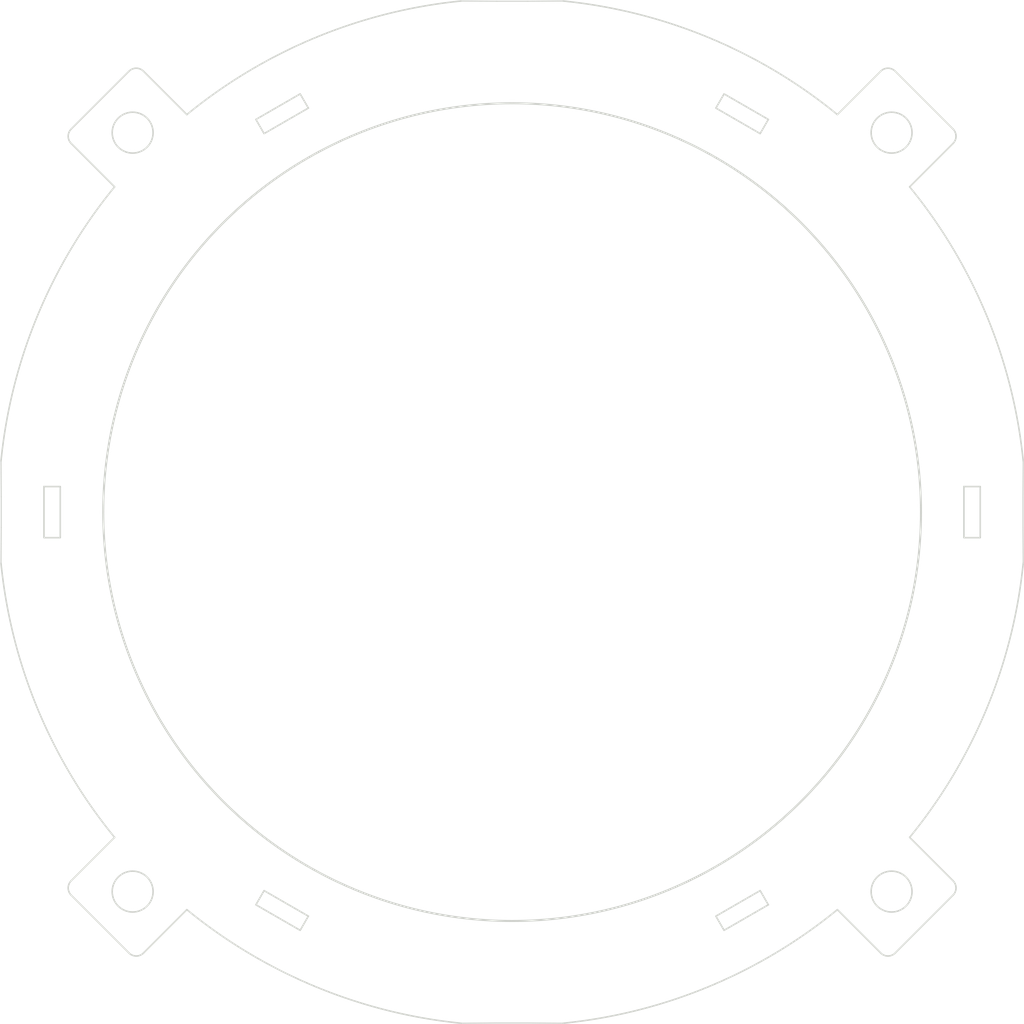
<source format=kicad_pcb>
(kicad_pcb (version 20221018) (generator pcbnew)

  (general
    (thickness 1.6)
  )

  (paper "A4")
  (layers
    (0 "F.Cu" signal)
    (31 "B.Cu" signal)
    (32 "B.Adhes" user "B.Adhesive")
    (33 "F.Adhes" user "F.Adhesive")
    (34 "B.Paste" user)
    (35 "F.Paste" user)
    (36 "B.SilkS" user "B.Silkscreen")
    (37 "F.SilkS" user "F.Silkscreen")
    (38 "B.Mask" user)
    (39 "F.Mask" user)
    (40 "Dwgs.User" user "User.Drawings")
    (41 "Cmts.User" user "User.Comments")
    (42 "Eco1.User" user "User.Eco1")
    (43 "Eco2.User" user "User.Eco2")
    (44 "Edge.Cuts" user)
    (45 "Margin" user)
    (46 "B.CrtYd" user "B.Courtyard")
    (47 "F.CrtYd" user "F.Courtyard")
    (48 "B.Fab" user)
    (49 "F.Fab" user)
    (50 "User.1" user)
    (51 "User.2" user)
    (52 "User.3" user)
    (53 "User.4" user)
    (54 "User.5" user)
    (55 "User.6" user)
    (56 "User.7" user)
    (57 "User.8" user)
    (58 "User.9" user)
  )

  (setup
    (pad_to_mask_clearance 0)
    (pcbplotparams
      (layerselection 0x00010fc_ffffffff)
      (plot_on_all_layers_selection 0x0000000_00000000)
      (disableapertmacros false)
      (usegerberextensions false)
      (usegerberattributes true)
      (usegerberadvancedattributes true)
      (creategerberjobfile true)
      (dashed_line_dash_ratio 12.000000)
      (dashed_line_gap_ratio 3.000000)
      (svgprecision 4)
      (plotframeref false)
      (viasonmask false)
      (mode 1)
      (useauxorigin false)
      (hpglpennumber 1)
      (hpglpenspeed 20)
      (hpglpendiameter 15.000000)
      (dxfpolygonmode true)
      (dxfimperialunits true)
      (dxfusepcbnewfont true)
      (psnegative false)
      (psa4output false)
      (plotreference true)
      (plotvalue true)
      (plotinvisibletext false)
      (sketchpadsonfab false)
      (subtractmaskfromsilk false)
      (outputformat 1)
      (mirror false)
      (drillshape 1)
      (scaleselection 1)
      (outputdirectory "")
    )
  )

  (net 0 "")

  (gr_line (start 111.11966 30.668486) (end 116.776514 36.32534)
    (stroke (width 0.15) (type default)) (layer "Edge.Cuts") (tstamp 01775ad2-1564-4dd6-888b-aabbeb5c9177))
  (gr_line (start 78.643 123.802) (end 75.142325 123.779515)
    (stroke (width 0.1) (type default)) (layer "Edge.Cuts") (tstamp 07d67c93-fc2d-4660-98b3-9b6253d0a12c))
  (gr_line (start 105.462805 34.911127) (end 109.705446 30.668486)
    (stroke (width 0.15) (type default)) (layer "Edge.Cuts") (tstamp 08915748-1e53-457c-9795-522d41701ff5))
  (gr_line (start 30.509486 36.32534) (end 36.16634 30.668486)
    (stroke (width 0.15) (type default)) (layer "Edge.Cuts") (tstamp 1140fe97-f8ce-46ae-8fd7-7f93bffba07b))
  (gr_arc (start 68.643 123.802) (mid 54.413396 120.226372) (end 41.823195 112.692873)
    (stroke (width 0.15) (type default)) (layer "Edge.Cuts") (tstamp 16be3f16-141e-44ca-a08c-de6d5587b066))
  (gr_line (start 41.823195 112.692873) (end 37.580554 116.935514)
    (stroke (width 0.15) (type default)) (layer "Edge.Cuts") (tstamp 1d3b1d26-99f3-4cad-ae38-8088680c7976))
  (gr_line (start 116.776514 111.27866) (end 111.11966 116.935514)
    (stroke (width 0.15) (type default)) (layer "Edge.Cuts") (tstamp 231266a5-4b41-4da0-a8cc-86bac6628155))
  (gr_arc (start 41.823195 34.911127) (mid 54.413396 27.377628) (end 68.643 23.802)
    (stroke (width 0.15) (type default)) (layer "Edge.Cuts") (tstamp 23176bad-abfe-4981-b4eb-00045aa37863))
  (gr_arc (start 105.462805 112.692873) (mid 92.872604 120.226372) (end 78.643 123.802)
    (stroke (width 0.15) (type default)) (layer "Edge.Cuts") (tstamp 2838f964-201e-4f4a-938b-cf462011f657))
  (gr_arc (start 123.643 78.802) (mid 120.067372 93.031604) (end 112.533873 105.621805)
    (stroke (width 0.15) (type default)) (layer "Edge.Cuts") (tstamp 2c175d60-7541-496e-ac82-74f5f0139378))
  (gr_line (start 23.665485 72.301325) (end 23.643 68.802)
    (stroke (width 0.1) (type default)) (layer "Edge.Cuts") (tstamp 2d8c8e0d-4558-47ab-85a7-180768b0b54b))
  (gr_arc (start 78.643 23.802) (mid 92.872604 27.377628) (end 105.462805 34.911127)
    (stroke (width 0.15) (type default)) (layer "Edge.Cuts") (tstamp 3ecbfb7e-3fb1-4da4-950b-d89349abfa9b))
  (gr_circle (center 36.519894 110.925106) (end 34.519893 110.925106)
    (stroke (width 0.15) (type default)) (fill none) (layer "Edge.Cuts") (tstamp 4190d8d5-6689-473d-9bda-743b544d6dd1))
  (gr_arc (start 36.16634 30.668486) (mid 36.873447 30.375592) (end 37.580554 30.668486)
    (stroke (width 0.15) (type default)) (layer "Edge.Cuts") (tstamp 42df6d4c-b680-4b9f-aafb-976d06076223))
  (gr_line (start 123.620515 75.302675) (end 123.643 78.802)
    (stroke (width 0.1) (type default)) (layer "Edge.Cuts") (tstamp 4e49ba2c-b146-478a-92f8-c992b7392bc4))
  (gr_line (start 36.16634 116.935514) (end 30.509486 111.27866)
    (stroke (width 0.15) (type default)) (layer "Edge.Cuts") (tstamp 4fa43be4-fd05-4b98-8972-db8d0c558c05))
  (gr_line (start 72.142325 123.779515) (end 68.643 123.802)
    (stroke (width 0.1) (type default)) (layer "Edge.Cuts") (tstamp 550d7461-34e1-4735-aa3a-1bcb5ece7fe3))
  (gr_arc (start 34.752127 105.621805) (mid 27.218628 93.031604) (end 23.643 78.802)
    (stroke (width 0.15) (type default)) (layer "Edge.Cuts") (tstamp 5a2855ef-e990-4179-94d8-95c788648fff))
  (gr_arc (start 112.533873 41.982195) (mid 120.067372 54.572396) (end 123.643 68.802)
    (stroke (width 0.15) (type default)) (layer "Edge.Cuts") (tstamp 5bb2cf2b-3fd8-44c8-ad69-2e8f86cb4e2c))
  (gr_poly
    (pts
      (xy 97.908064 110.830323)
      (xy 98.708064 112.215964)
      (xy 94.377937 114.715964)
      (xy 93.577937 113.330323)
    )

    (stroke (width 0.15) (type default)) (fill none) (layer "Edge.Cuts") (tstamp 5ea1e511-66a8-44a5-b6f6-431fb719bf36))
  (gr_poly
    (pts
      (xy 53.708064 113.330323)
      (xy 52.908064 114.715964)
      (xy 48.577937 112.215964)
      (xy 49.377937 110.830323)
    )

    (stroke (width 0.15) (type default)) (fill none) (layer "Edge.Cuts") (tstamp 67445282-ec47-466f-811c-e4d6270afe81))
  (gr_poly
    (pts
      (xy 93.577936 34.273677)
      (xy 94.377936 32.888036)
      (xy 98.708063 35.388036)
      (xy 97.908063 36.773677)
    )

    (stroke (width 0.15) (type default)) (fill none) (layer "Edge.Cuts") (tstamp 75099426-5807-4e0c-9cda-52d55082cf24))
  (gr_line (start 23.643 78.802) (end 23.665485 75.301325)
    (stroke (width 0.1) (type default)) (layer "Edge.Cuts") (tstamp 75c0e658-8c4b-4502-8d23-4dc58a1c0ccb))
  (gr_circle (center 110.766106 36.678894) (end 112.766107 36.678894)
    (stroke (width 0.15) (type default)) (fill none) (layer "Edge.Cuts") (tstamp 76134e99-9988-401f-842a-d8daa19be4f5))
  (gr_line (start 105.462805 112.692873) (end 109.705446 116.935514)
    (stroke (width 0.15) (type default)) (layer "Edge.Cuts") (tstamp 76665fce-c682-4b3f-b2b7-83a2f7b77058))
  (gr_line (start 72.142325 123.779515) (end 75.142325 123.779515)
    (stroke (width 0.1) (type default)) (layer "Edge.Cuts") (tstamp 77389cca-a0e4-41d9-8113-2091259b5578))
  (gr_rect (start 117.843 71.302) (end 119.443 76.302)
    (stroke (width 0.15) (type default)) (fill none) (layer "Edge.Cuts") (tstamp 8bbd2bc6-c68a-469d-b615-f1d4c0368e78))
  (gr_arc (start 111.11966 116.935514) (mid 110.412553 117.228408) (end 109.705446 116.935514)
    (stroke (width 0.15) (type default)) (layer "Edge.Cuts") (tstamp 8dca85e6-0dcd-4568-991b-27812ecd9fce))
  (gr_line (start 112.533873 105.621805) (end 116.776514 109.864446)
    (stroke (width 0.15) (type default)) (layer "Edge.Cuts") (tstamp 93cf00f8-9b15-4cba-a586-b55b5e80b4d2))
  (gr_arc (start 109.705446 30.668486) (mid 110.412553 30.375592) (end 111.11966 30.668486)
    (stroke (width 0.15) (type default)) (layer "Edge.Cuts") (tstamp 94a61ea4-cdde-42c1-939f-cd3270cd104f))
  (gr_arc (start 23.643 68.802) (mid 27.218628 54.572396) (end 34.752127 41.982195)
    (stroke (width 0.15) (type default)) (layer "Edge.Cuts") (tstamp 95bb72c1-9af4-48d0-899e-71b8a8b17e1f))
  (gr_arc (start 30.509486 37.739554) (mid 30.216592 37.032447) (end 30.509486 36.32534)
    (stroke (width 0.15) (type default)) (layer "Edge.Cuts") (tstamp 9b240a1a-a125-4979-a17d-0e5b7712bce6))
  (gr_poly
    (pts
      (xy 49.377936 36.773677)
      (xy 48.577936 35.388036)
      (xy 52.908063 32.888036)
      (xy 53.708063 34.273677)
    )

    (stroke (width 0.15) (type default)) (fill none) (layer "Edge.Cuts") (tstamp 9bc1bab0-bd8d-4954-a3bf-8107eb23602e))
  (gr_line (start 123.620515 75.302675) (end 123.620515 72.302675)
    (stroke (width 0.1) (type default)) (layer "Edge.Cuts") (tstamp 9d581f13-b823-442c-91a0-730db32dc499))
  (gr_line (start 34.752127 41.982195) (end 30.509486 37.739554)
    (stroke (width 0.15) (type default)) (layer "Edge.Cuts") (tstamp a3e0c35c-78c7-4945-8b62-556cbbcaf6e8))
  (gr_line (start 41.823195 34.911127) (end 37.580554 30.668486)
    (stroke (width 0.15) (type default)) (layer "Edge.Cuts") (tstamp a6a6d568-70dc-41f9-8af7-87a10e323c73))
  (gr_line (start 68.643 23.802) (end 72.143675 23.824485)
    (stroke (width 0.1) (type default)) (layer "Edge.Cuts") (tstamp c2dd83bc-447e-4ba2-b9ba-ac7f998b9ca8))
  (gr_line (start 112.533873 41.982195) (end 116.776514 37.739554)
    (stroke (width 0.15) (type default)) (layer "Edge.Cuts") (tstamp c301c49d-2130-486e-9755-6837679bdbeb))
  (gr_rect (start 27.843 71.302) (end 29.443 76.302)
    (stroke (width 0.15) (type default)) (fill none) (layer "Edge.Cuts") (tstamp c97ba363-81a7-4f96-831a-a7ca9b41902a))
  (gr_arc (start 116.776514 36.32534) (mid 117.069408 37.032447) (end 116.776514 37.739554)
    (stroke (width 0.15) (type default)) (layer "Edge.Cuts") (tstamp cb49e33f-d0c0-4a55-af61-cfdd0e1230c0))
  (gr_line (start 23.665485 75.301325) (end 23.665485 72.301325)
    (stroke (width 0.1) (type default)) (layer "Edge.Cuts") (tstamp da93066d-ff65-4377-93aa-73de64897f57))
  (gr_arc (start 116.776514 109.864446) (mid 117.069408 110.571553) (end 116.776514 111.27866)
    (stroke (width 0.15) (type default)) (layer "Edge.Cuts") (tstamp dc02e366-e28b-4644-b037-0f67963ce64d))
  (gr_line (start 72.143675 23.824485) (end 75.143675 23.824485)
    (stroke (width 0.1) (type default)) (layer "Edge.Cuts") (tstamp dc28491a-ccde-40d7-9131-104125421519))
  (gr_arc (start 30.509486 111.27866) (mid 30.216592 110.571553) (end 30.509486 109.864446)
    (stroke (width 0.15) (type default)) (layer "Edge.Cuts") (tstamp df947999-5e99-4353-8246-f41dca241213))
  (gr_arc (start 37.580554 116.935514) (mid 36.873447 117.228408) (end 36.16634 116.935514)
    (stroke (width 0.15) (type default)) (layer "Edge.Cuts") (tstamp e22a98c7-9b67-42aa-994b-96c69295e6c1))
  (gr_line (start 123.643 68.802) (end 123.620515 72.302675)
    (stroke (width 0.1) (type default)) (layer "Edge.Cuts") (tstamp e47776ab-0e23-4ac2-a95f-40dcbc247d09))
  (gr_line (start 34.752127 105.621805) (end 30.509486 109.864446)
    (stroke (width 0.15) (type default)) (layer "Edge.Cuts") (tstamp e53d5562-2334-4bed-bbe5-5690da06babf))
  (gr_circle (center 110.766106 110.925106) (end 110.766106 112.925107)
    (stroke (width 0.15) (type default)) (fill none) (layer "Edge.Cuts") (tstamp ec45a99d-001c-4be5-a196-c94b4fa0b23b))
  (gr_circle (center 73.643 73.802) (end 113.643 73.802)
    (stroke (width 0.2) (type default)) (fill none) (layer "Edge.Cuts") (tstamp edc815ec-5946-4846-add9-23ea69ccaa2b))
  (gr_circle (center 36.519894 36.678894) (end 36.519894 34.678893)
    (stroke (width 0.15) (type default)) (fill none) (layer "Edge.Cuts") (tstamp efb293e9-3e35-421e-8547-171eca6177f6))
  (gr_line (start 75.143675 23.824485) (end 78.643 23.802)
    (stroke (width 0.1) (type default)) (layer "Edge.Cuts") (tstamp f1e0bd4d-5ae5-4011-bda1-36e80edd3f8e))
  (gr_circle (center 110.766106 110.925106) (end 112.18032 112.33932)
    (stroke (width 0.15) (type default)) (fill none) (layer "User.4") (tstamp 5a180bb7-67af-4890-adcb-3eda186bbc93))
  (gr_circle (center 110.766106 110.925106) (end 112.18032 112.33932)
    (stroke (width 0.15) (type default)) (fill none) (layer "User.4") (tstamp 650293b4-8e73-42c1-a107-362d7c60c371))
  (gr_circle (center 36.519894 110.925106) (end 35.10568 112.33932)
    (stroke (width 0.15) (type default)) (fill none) (layer "User.4") (tstamp 91320479-3b5a-497d-b037-e87c2e0fad6e))
  (gr_circle (center 36.519894 36.678894) (end 35.10568 35.26468)
    (stroke (width 0.15) (type default)) (fill none) (layer "User.4") (tstamp 96b28dc9-1ae7-4d6e-b009-1395eb4975d6))
  (gr_circle (center 36.519894 110.925106) (end 35.10568 112.33932)
    (stroke (width 0.15) (type default)) (fill none) (layer "User.4") (tstamp 9c1caaee-15ae-416a-9822-c262bb9e4123))
  (gr_circle (center 110.766106 36.678894) (end 112.18032 35.26468)
    (stroke (width 0.15) (type default)) (fill none) (layer "User.4") (tstamp 9f7a0d53-e9e0-4d0b-9b2c-6a744ccc7aea))
  (gr_circle (center 36.519894 36.678894) (end 35.10568 35.26468)
    (stroke (width 0.15) (type default)) (fill none) (layer "User.4") (tstamp ca247d0c-90b0-41b7-889b-2528371ea44d))
  (gr_line (start 117.843 71.302) (end 118.643 71.302)
    (stroke (width 0.15) (type default)) (layer "User.6") (tstamp 04299cb1-f2e2-425b-ba62-71e0318f81a3))
  (gr_circle (center 73.643 73.802) (end 123.643 73.802)
    (stroke (width 0.2) (type default)) (fill none) (layer "User.6") (tstamp 24a6b55e-40e1-48a7-9d87-02bd3fc3ad0d))
  (gr_line (start 119.443 71.302) (end 119.443 76.302)
    (stroke (width 0.15) (type default)) (layer "User.6") (tstamp 2fd6a09b-b498-4598-a247-94a0138d923a))
  (gr_line (start 73.643 73.802) (end 123.643 73.802)
    (stroke (width 0.15) (type default)) (layer "User.6") (tstamp 35f67d27-5f30-479e-8d30-aba52b095f12))
  (gr_circle (center 114.294131 50.332059) (end 116.433664 49.096799)
    (stroke (width 0.15) (type default)) (fill none) (layer "User.6") (tstamp 3fc5dad1-bbcf-475d-8208-8c8fc57fca65))
  (gr_line (start 82.201133 68.86096) (end 73.643 73.802)
    (stroke (width 0.15) (type default)) (layer "User.6") (tstamp 4e1efb89-f711-4845-80c5-1c03d7d5e543))
  (gr_line (start 119.443 76.302) (end 118.643 76.302)
    (stroke (width 0.15) (type default)) (layer "User.6") (tstamp 53fda7fb-badf-465c-bf64-5fb7a8896de3))
  (gr_line (start 73.643 73.802) (end 107.875532 54.037839)
    (stroke (width 0.15) (type default)) (layer "User.6") (tstamp 72916af8-ec49-4936-9e32-1176d996101d))
  (gr_line (start 116.433664 49.096799) (end 112.154598 51.567319)
    (stroke (width 0.15) (type default)) (layer "User.6") (tstamp 75033f9c-3cb9-40be-a562-203b544f19d1))
  (gr_line (start 118.643 73.802) (end 118.643 71.302)
    (stroke (width 0.15) (type default)) (layer "User.6") (tstamp 76138075-e544-4725-857c-9ddcb10929fd))
  (gr_line (start 90.759266 63.91992) (end 73.643 73.802)
    (stroke (width 0.15) (type default)) (layer "User.6") (tstamp 7b2aa193-0773-4a75-8bb8-78c5f2870062))
  (gr_line (start 97.908063 36.773677) (end 117.843 71.302)
    (stroke (width 0.1) (type default)) (layer "User.6") (tstamp 867cb470-0f17-4490-a17f-a469b1a34d9b))
  (gr_line (start 118.643 71.302) (end 119.443 71.302)
    (stroke (width 0.15) (type default)) (layer "User.6") (tstamp a52fea4b-fb0b-4499-ac2f-9e7b7bbb39cd))
  (gr_line (start 112.154598 51.567319) (end 107.875532 54.037839)
    (stroke (width 0.15) (type default)) (layer "User.6") (tstamp cca84da4-da29-4b8d-96e1-873bfe98a1f0))
  (gr_line (start 113.643 73.802) (end 123.643 73.802)
    (stroke (width 0.15) (type default)) (layer "User.6") (tstamp dcd5c41b-0856-42f4-b5df-04d36f3b1a5a))
  (gr_line (start 117.843 76.302) (end 117.843 71.302)
    (stroke (width 0.15) (type default)) (layer "User.6") (tstamp edc690c8-1c0c-4ac6-bfb4-f0788cdaa294))
  (gr_line (start 117.843 76.302) (end 118.643 76.302)
    (stroke (width 0.15) (type default)) (layer "User.6") (tstamp f4b8037b-496c-49c9-ba73-a511a36f7125))
  (gr_line (start 118.643 76.302) (end 118.643 73.802)
    (stroke (width 0.15) (type default)) (layer "User.6") (tstamp f8a33b3b-c515-42d2-bea6-add5cc74a944))
  (gr_poly
    (pts
      (xy 38.287661 109.157339)
      (xy 34.752127 112.692873)
      (xy 31.216593 109.157339)
      (xy 34.752127 105.621805)
    )

    (stroke (width 0.15) (type default)) (fill none) (layer "User.7") (tstamp 00500a3d-2aac-475f-a765-c5ffbb974c33))
  (gr_line (start 37.580554 32.0827) (end 36.16634 30.668486)
    (stroke (width 0.15) (type default)) (layer "User.7") (tstamp 022392f8-8753-4f7c-a075-91aea6b1ebdd))
  (gr_line (start 34.752127 112.692873) (end 33.337913 114.107087)
    (stroke (width 0.15) (type default)) (layer "User.7") (tstamp 08f1e80b-2a54-4f8f-9488-ee23dee41f63))
  (gr_poly
    (pts
      (xy 105.462805 34.911127)
      (xy 108.998339 31.375593)
      (xy 112.533873 34.911127)
      (xy 108.998339 38.446661)
    )

    (stroke (width 0.15) (type default)) (fill none) (layer "User.7") (tstamp 0e3a2c34-262d-4a10-a23a-dd72fab6dc7d))
  (gr_line (start 112.533873 34.911127) (end 113.948087 33.496913)
    (stroke (width 0.15) (type default)) (layer "User.7") (tstamp 12501e99-de29-4483-bbe4-6a701d4bf95c))
  (gr_line (start 109.705446 32.0827) (end 111.11966 30.668486)
    (stroke (width 0.15) (type default)) (layer "User.7") (tstamp 1b87696d-0e58-48b5-b1e1-7a30c2ef37e8))
  (gr_arc (start 38.994768 115.5213) (mid 38.287661 115.814193) (end 37.580554 115.5213)
    (stroke (width 0.15) (type default)) (layer "User.7") (tstamp 1c14583f-ed56-4a21-9a17-34a082ad52f7))
  (gr_arc (start 111.11966 116.935514) (mid 110.412553 117.228407) (end 109.705446 116.935514)
    (stroke (width 0.15) (type default)) (layer "User.7") (tstamp 26f7d66d-f394-4a3d-889e-0e9d2012bcd5))
  (gr_arc (start 109.705446 115.5213) (mid 108.998339 115.814193) (end 108.291232 115.5213)
    (stroke (width 0.15) (type default)) (layer "User.7") (tstamp 494bb69a-9c73-4e71-aea9-74afcee601c0))
  (gr_line (start 115.3623 109.864446) (end 116.776514 111.27866)
    (stroke (width 0.15) (type default)) (layer "User.7") (tstamp 55b74edc-fb59-407c-a706-bc7141fffca9))
  (gr_poly
    (pts
      (xy 108.998339 109.157339)
      (xy 112.533873 112.692873)
      (xy 108.998339 116.228407)
      (xy 105.462805 112.692873)
    )

    (stroke (width 0.15) (type default)) (fill none) (layer "User.7") (tstamp 58d147f3-79af-4cd1-bbfa-bc3c476a2f0b))
  (gr_arc (start 37.580554 32.0827) (mid 38.287661 31.789807) (end 38.994768 32.0827)
    (stroke (width 0.15) (type default)) (layer "User.7") (tstamp 5a5f7297-119c-42df-b5f4-6b76e57a3b34))
  (gr_line (start 31.9237 37.739554) (end 30.509486 36.32534)
    (stroke (width 0.15) (type default)) (layer "User.7") (tstamp 65c591d5-542a-4df5-bd26-07e5a446ed70))
  (gr_poly
    (pts
      (xy 108.998339 38.446661)
      (xy 112.533873 34.911127)
      (xy 116.069407 38.446661)
      (xy 112.533873 41.982195)
    )

    (stroke (width 0.15) (type default)) (fill none) (layer "User.7") (tstamp 6b22aff5-c936-4938-816a-90933ae34cd9))
  (gr_arc (start 109.705446 30.668486) (mid 110.412553 30.375593) (end 111.11966 30.668486)
    (stroke (width 0.15) (type default)) (layer "User.7") (tstamp 6e649e60-e522-49b6-86c9-9c14ad4d69d5))
  (gr_arc (start 115.3623 108.450232) (mid 115.655193 109.157339) (end 115.3623 109.864446)
    (stroke (width 0.15) (type default)) (layer "User.7") (tstamp 6f959b30-ae79-4aa5-aa70-c26eb329fd2f))
  (gr_arc (start 116.776514 109.864446) (mid 117.069407 110.571553) (end 116.776514 111.27866)
    (stroke (width 0.15) (type default)) (layer "User.7") (tstamp 799fbebc-185b-4f77-b4aa-2f10236b3357))
  (gr_arc (start 36.16634 30.668486) (mid 36.873447 30.375593) (end 37.580554 30.668486)
    (stroke (width 0.15) (type default)) (layer "User.7") (tstamp 7addf881-c021-45d7-974c-285c434d07f7))
  (gr_poly
    (pts
      (xy 38.287661 38.446661)
      (xy 34.752127 34.911127)
      (xy 38.287661 31.375593)
      (xy 41.823195 34.911127)
    )

    (stroke (width 0.15) (type default)) (fill none) (layer "User.7") (tstamp 7c65fe6c-9b9f-433a-ac80-4b2fab1d8d35))
  (gr_line (start 115.3623 37.739554) (end 116.776514 36.32534)
    (stroke (width 0.15) (type default)) (layer "User.7") (tstamp 82d5b5df-646f-4e1d-915c-63115ba4abc0))
  (gr_line (start 37.580554 115.5213) (end 36.16634 116.935514)
    (stroke (width 0.15) (type default)) (layer "User.7") (tstamp 84154632-910b-4f0d-94e2-770c25f134a0))
  (gr_arc (start 116.776514 36.32534) (mid 117.069407 37.032447) (end 116.776514 37.739554)
    (stroke (width 0.15) (type default)) (layer "User.7") (tstamp 87516d1a-579c-40b9-90c9-cc33469f97a0))
  (gr_arc (start 30.509486 37.739554) (mid 30.216593 37.032447) (end 30.509486 36.32534)
    (stroke (width 0.15) (type default)) (layer "User.7") (tstamp 891aedbe-2c09-4cf4-8a97-cd3c1cab5a71))
  (gr_line (start 75.143675 23.824485) (end 72.143675 23.824485)
    (stroke (width 0.15) (type default)) (layer "User.7") (tstamp 89b06dd2-b6d4-41b1-afa7-5d5a096e96f4))
  (gr_arc (start 31.9237 39.153768) (mid 31.630807 38.446661) (end 31.9237 37.739554)
    (stroke (width 0.15) (type default)) (layer "User.7") (tstamp 9870fc4b-c951-4c68-887d-e7da9d8c7624))
  (gr_line (start 112.533873 112.692873) (end 113.948087 114.107087)
    (stroke (width 0.15) (type default)) (layer "User.7") (tstamp 9fd7805d-d765-40f7-8737-184c202050d1))
  (gr_line (start 109.705446 115.5213) (end 111.11966 116.935514)
    (stroke (width 0.15) (type default)) (layer "User.7") (tstamp a740319f-13e2-4c67-b713-09a3bea2438e))
  (gr_arc (start 37.580554 116.935514) (mid 36.873447 117.228407) (end 36.16634 116.935514)
    (stroke (width 0.15) (type default)) (layer "User.7") (tstamp afe8db2a-2530-42ba-b966-fb0e6ff3de60))
  (gr_line (start 123.620515 75.302675) (end 123.620515 72.302675)
    (stroke (width 0.15) (type default)) (layer "User.7") (tstamp c03127d7-ab42-441c-9592-49c1cc451d72))
  (gr_poly
    (pts
      (xy 112.533873 105.621805)
      (xy 116.069407 109.157339)
      (xy 112.533873 112.692873)
      (xy 108.998339 109.157339)
    )

    (stroke (width 0.15) (type default)) (fill none) (layer "User.7") (tstamp ccb977d2-5157-4f30-b029-3a00318fed34))
  (gr_line (start 34.752127 34.911127) (end 33.337913 33.496913)
    (stroke (width 0.15) (type default)) (layer "User.7") (tstamp cd93f442-0520-4c5c-86c3-6d4fdaa6636c))
  (gr_line (start 23.665485 72.301325) (end 23.665485 75.301325)
    (stroke (width 0.15) (type default)) (layer "User.7") (tstamp d28c1eb7-0abb-4207-95bb-4752f497d783))
  (gr_poly
    (pts
      (xy 41.823195 112.692873)
      (xy 38.287661 116.228407)
      (xy 34.752127 112.692873)
      (xy 38.287661 109.157339)
    )

    (stroke (width 0.15) (type default)) (fill none) (layer "User.7") (tstamp d9b9b5af-dd06-4cf5-866e-32460a5540cc))
  (gr_arc (start 30.509486 111.27866) (mid 30.216593 110.571553) (end 30.509486 109.864446)
    (stroke (width 0.15) (type default)) (layer "User.7") (tstamp db0bd579-b008-4f3e-81e5-21d7c5c7f788))
  (gr_circle (center 73.643 73.802) (end 103.643 73.802)
    (stroke (width 0.2) (type default)) (fill none) (layer "User.7") (tstamp de285b3f-3246-45e6-b6b3-59e033158be1))
  (gr_poly
    (pts
      (xy 34.752127 41.982195)
      (xy 31.216593 38.446661)
      (xy 34.752127 34.911127)
      (xy 38.287661 38.446661)
    )

    (stroke (width 0.15) (type default)) (fill none) (layer "User.7") (tstamp e338adf9-f1c6-49eb-a761-ad941db05080))
  (gr_line (start 72.142325 123.779515) (end 75.142325 123.779515)
    (stroke (width 0.15) (type default)) (layer "User.7") (tstamp e6c2c17a-0d42-45db-bfad-ba50a72addbb))
  (gr_arc (start 31.9237 109.864446) (mid 31.630807 109.157339) (end 31.9237 108.450232)
    (stroke (width 0.15) (type default)) (layer "User.7") (tstamp ed530404-f674-40af-ab17-75a0a3fe4e6f))
  (gr_line (start 31.9237 109.864446) (end 30.509486 111.27866)
    (stroke (width 0.15) (type default)) (layer "User.7") (tstamp f07f34a8-4cb7-491d-b414-0b28b71e3edf))
  (gr_circle (center 73.643 73.802) (end 103.643 73.802)
    (stroke (width 0.2) (type default)) (fill none) (layer "User.8") (tstamp 79e85115-9d17-4092-a4e2-daba3293f631))

)

</source>
